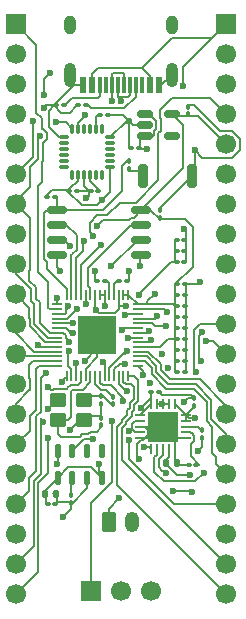
<source format=gbr>
%TF.GenerationSoftware,KiCad,Pcbnew,9.0.6*%
%TF.CreationDate,2026-01-01T23:14:18-05:00*%
%TF.ProjectId,rp2040 better,72703230-3430-4206-9265-747465722e6b,rev?*%
%TF.SameCoordinates,Original*%
%TF.FileFunction,Copper,L1,Top*%
%TF.FilePolarity,Positive*%
%FSLAX46Y46*%
G04 Gerber Fmt 4.6, Leading zero omitted, Abs format (unit mm)*
G04 Created by KiCad (PCBNEW 9.0.6) date 2026-01-01 23:14:18*
%MOMM*%
%LPD*%
G01*
G04 APERTURE LIST*
G04 Aperture macros list*
%AMRoundRect*
0 Rectangle with rounded corners*
0 $1 Rounding radius*
0 $2 $3 $4 $5 $6 $7 $8 $9 X,Y pos of 4 corners*
0 Add a 4 corners polygon primitive as box body*
4,1,4,$2,$3,$4,$5,$6,$7,$8,$9,$2,$3,0*
0 Add four circle primitives for the rounded corners*
1,1,$1+$1,$2,$3*
1,1,$1+$1,$4,$5*
1,1,$1+$1,$6,$7*
1,1,$1+$1,$8,$9*
0 Add four rect primitives between the rounded corners*
20,1,$1+$1,$2,$3,$4,$5,0*
20,1,$1+$1,$4,$5,$6,$7,0*
20,1,$1+$1,$6,$7,$8,$9,0*
20,1,$1+$1,$8,$9,$2,$3,0*%
G04 Aperture macros list end*
%TA.AperFunction,SMDPad,CuDef*%
%ADD10RoundRect,0.062500X-0.350000X-0.062500X0.350000X-0.062500X0.350000X0.062500X-0.350000X0.062500X0*%
%TD*%
%TA.AperFunction,SMDPad,CuDef*%
%ADD11RoundRect,0.062500X-0.062500X-0.350000X0.062500X-0.350000X0.062500X0.350000X-0.062500X0.350000X0*%
%TD*%
%TA.AperFunction,HeatsinkPad*%
%ADD12R,2.500000X2.500000*%
%TD*%
%TA.AperFunction,SMDPad,CuDef*%
%ADD13RoundRect,0.140000X-0.140000X-0.170000X0.140000X-0.170000X0.140000X0.170000X-0.140000X0.170000X0*%
%TD*%
%TA.AperFunction,SMDPad,CuDef*%
%ADD14RoundRect,0.100000X-0.130000X-0.100000X0.130000X-0.100000X0.130000X0.100000X-0.130000X0.100000X0*%
%TD*%
%TA.AperFunction,SMDPad,CuDef*%
%ADD15RoundRect,0.100000X0.100000X-0.130000X0.100000X0.130000X-0.100000X0.130000X-0.100000X-0.130000X0*%
%TD*%
%TA.AperFunction,SMDPad,CuDef*%
%ADD16RoundRect,0.100000X0.130000X0.100000X-0.130000X0.100000X-0.130000X-0.100000X0.130000X-0.100000X0*%
%TD*%
%TA.AperFunction,SMDPad,CuDef*%
%ADD17RoundRect,0.100000X-0.100000X0.130000X-0.100000X-0.130000X0.100000X-0.130000X0.100000X0.130000X0*%
%TD*%
%TA.AperFunction,HeatsinkPad*%
%ADD18O,1.000000X1.600000*%
%TD*%
%TA.AperFunction,HeatsinkPad*%
%ADD19O,1.000000X2.100000*%
%TD*%
%TA.AperFunction,SMDPad,CuDef*%
%ADD20R,0.600000X1.450000*%
%TD*%
%TA.AperFunction,SMDPad,CuDef*%
%ADD21R,0.300000X1.450000*%
%TD*%
%TA.AperFunction,HeatsinkPad*%
%ADD22R,3.200000X3.200000*%
%TD*%
%TA.AperFunction,SMDPad,CuDef*%
%ADD23RoundRect,0.050000X-0.050000X-0.387500X0.050000X-0.387500X0.050000X0.387500X-0.050000X0.387500X0*%
%TD*%
%TA.AperFunction,SMDPad,CuDef*%
%ADD24RoundRect,0.050000X-0.387500X-0.050000X0.387500X-0.050000X0.387500X0.050000X-0.387500X0.050000X0*%
%TD*%
%TA.AperFunction,ComponentPad*%
%ADD25C,1.700000*%
%TD*%
%TA.AperFunction,ComponentPad*%
%ADD26R,1.700000X1.700000*%
%TD*%
%TA.AperFunction,ComponentPad*%
%ADD27O,1.200000X1.750000*%
%TD*%
%TA.AperFunction,ComponentPad*%
%ADD28RoundRect,0.250000X-0.350000X-0.625000X0.350000X-0.625000X0.350000X0.625000X-0.350000X0.625000X0*%
%TD*%
%TA.AperFunction,SMDPad,CuDef*%
%ADD29RoundRect,0.125000X0.125000X-0.475000X0.125000X0.475000X-0.125000X0.475000X-0.125000X-0.475000X0*%
%TD*%
%TA.AperFunction,SMDPad,CuDef*%
%ADD30RoundRect,0.200000X0.200000X0.800000X-0.200000X0.800000X-0.200000X-0.800000X0.200000X-0.800000X0*%
%TD*%
%TA.AperFunction,SMDPad,CuDef*%
%ADD31RoundRect,0.150000X-0.512500X-0.150000X0.512500X-0.150000X0.512500X0.150000X-0.512500X0.150000X0*%
%TD*%
%TA.AperFunction,SMDPad,CuDef*%
%ADD32RoundRect,0.162500X-0.650000X-0.162500X0.650000X-0.162500X0.650000X0.162500X-0.650000X0.162500X0*%
%TD*%
%TA.AperFunction,SMDPad,CuDef*%
%ADD33RoundRect,0.250000X0.450000X0.350000X-0.450000X0.350000X-0.450000X-0.350000X0.450000X-0.350000X0*%
%TD*%
%TA.AperFunction,SMDPad,CuDef*%
%ADD34RoundRect,0.075000X0.075000X-0.350000X0.075000X0.350000X-0.075000X0.350000X-0.075000X-0.350000X0*%
%TD*%
%TA.AperFunction,SMDPad,CuDef*%
%ADD35RoundRect,0.075000X-0.350000X-0.075000X0.350000X-0.075000X0.350000X0.075000X-0.350000X0.075000X0*%
%TD*%
%TA.AperFunction,ViaPad*%
%ADD36C,0.600000*%
%TD*%
%TA.AperFunction,Conductor*%
%ADD37C,0.200000*%
%TD*%
G04 APERTURE END LIST*
D10*
%TO.P,U4,1,OUT*%
%TO.N,BAT_OUT*%
X202362500Y-88437500D03*
%TO.P,U4,2,VPCC*%
%TO.N,VBUS*%
X202362500Y-88937500D03*
%TO.P,U4,3,SEL*%
%TO.N,GND*%
X202362500Y-89437500D03*
%TO.P,U4,4,PROG2*%
%TO.N,VBUS*%
X202362500Y-89937500D03*
%TO.P,U4,5,THERM*%
%TO.N,GND*%
X202362500Y-90437500D03*
D11*
%TO.P,U4,6,~{PG}*%
%TO.N,PG*%
X203300000Y-91375000D03*
%TO.P,U4,7,STAT2*%
%TO.N,GPIO24*%
X203800000Y-91375000D03*
%TO.P,U4,8,STAT1/~{LBO}*%
%TO.N,GPIO23*%
X204300000Y-91375000D03*
%TO.P,U4,9,~{TE}*%
%TO.N,VBUS*%
X204800000Y-91375000D03*
%TO.P,U4,10,V_{SS}*%
%TO.N,GND*%
X205300000Y-91375000D03*
D10*
%TO.P,U4,11,V_{SS}*%
X206237500Y-90437500D03*
%TO.P,U4,12,PROG3*%
%TO.N,Net-(U4-PROG3)*%
X206237500Y-89937500D03*
%TO.P,U4,13,PROG1*%
%TO.N,Net-(U4-PROG1)*%
X206237500Y-89437500D03*
%TO.P,U4,14,V_{BAT}*%
%TO.N,Net-(J2-Pin_1)*%
X206237500Y-88937500D03*
%TO.P,U4,15,V_{BAT}*%
X206237500Y-88437500D03*
D11*
%TO.P,U4,16,V_{BAT_SENSE}*%
X205300000Y-87500000D03*
%TO.P,U4,17,CE*%
%TO.N,VBUS*%
X204800000Y-87500000D03*
%TO.P,U4,18,IN*%
X204300000Y-87500000D03*
%TO.P,U4,19,IN*%
X203800000Y-87500000D03*
%TO.P,U4,20,OUT*%
%TO.N,BAT_OUT*%
X203300000Y-87500000D03*
D12*
%TO.P,U4,21,V_{SS}*%
%TO.N,GND*%
X204300000Y-89437500D03*
%TD*%
D13*
%TO.P,C22,1*%
%TO.N,+3V3*%
X194330000Y-95130000D03*
%TO.P,C22,2*%
%TO.N,GND*%
X195290000Y-95130000D03*
%TD*%
%TO.P,C17,1*%
%TO.N,VBUS*%
X204530000Y-92530000D03*
%TO.P,C17,2*%
%TO.N,GND*%
X205490000Y-92530000D03*
%TD*%
D14*
%TO.P,C1,1*%
%TO.N,+3V3*%
X205500000Y-77400000D03*
%TO.P,C1,2*%
%TO.N,GND*%
X206140000Y-77400000D03*
%TD*%
%TO.P,C2,1*%
%TO.N,+3V3*%
X205500000Y-78325000D03*
%TO.P,C2,2*%
%TO.N,GND*%
X206140000Y-78325000D03*
%TD*%
%TO.P,C3,1*%
%TO.N,+3V3*%
X205500000Y-79250000D03*
%TO.P,C3,2*%
%TO.N,GND*%
X206140000Y-79250000D03*
%TD*%
%TO.P,C4,1*%
%TO.N,+3V3*%
X205500000Y-80175000D03*
%TO.P,C4,2*%
%TO.N,GND*%
X206140000Y-80175000D03*
%TD*%
%TO.P,C5,1*%
%TO.N,+3V3*%
X205500000Y-81100000D03*
%TO.P,C5,2*%
%TO.N,GND*%
X206140000Y-81100000D03*
%TD*%
%TO.P,C6,1*%
%TO.N,+3V3*%
X205500000Y-82025000D03*
%TO.P,C6,2*%
%TO.N,GND*%
X206140000Y-82025000D03*
%TD*%
%TO.P,C7,1*%
%TO.N,+3V3*%
X205500000Y-82950000D03*
%TO.P,C7,2*%
%TO.N,GND*%
X206140000Y-82950000D03*
%TD*%
%TO.P,C8,1*%
%TO.N,+3V3*%
X205500000Y-83875000D03*
%TO.P,C8,2*%
%TO.N,GND*%
X206140000Y-83875000D03*
%TD*%
%TO.P,C9,1*%
%TO.N,+3V3*%
X205500000Y-84800000D03*
%TO.P,C9,2*%
%TO.N,GND*%
X206140000Y-84800000D03*
%TD*%
%TO.P,C10,1*%
%TO.N,+1V1*%
X205460000Y-73650000D03*
%TO.P,C10,2*%
%TO.N,GND*%
X206100000Y-73650000D03*
%TD*%
%TO.P,C11,1*%
%TO.N,+1V1*%
X205460000Y-74575000D03*
%TO.P,C11,2*%
%TO.N,GND*%
X206100000Y-74575000D03*
%TD*%
%TO.P,C12,1*%
%TO.N,+1V1*%
X205460000Y-75500000D03*
%TO.P,C12,2*%
%TO.N,GND*%
X206100000Y-75500000D03*
%TD*%
D15*
%TO.P,C13,1*%
%TO.N,+3V3*%
X206425000Y-62995000D03*
%TO.P,C13,2*%
%TO.N,GND*%
X206425000Y-62355000D03*
%TD*%
D16*
%TO.P,C14,1*%
%TO.N,BAT_OUT*%
X202245000Y-65875000D03*
%TO.P,C14,2*%
%TO.N,GND*%
X201605000Y-65875000D03*
%TD*%
D15*
%TO.P,C15,2*%
%TO.N,GND*%
X206900000Y-87030000D03*
%TO.P,C15,1*%
%TO.N,Net-(J2-Pin_1)*%
X206900000Y-87670000D03*
%TD*%
D14*
%TO.P,C16,2*%
%TO.N,GND*%
X203945000Y-86475000D03*
%TO.P,C16,1*%
%TO.N,BAT_OUT*%
X203305000Y-86475000D03*
%TD*%
D15*
%TO.P,C18,1*%
%TO.N,GND*%
X199075000Y-87520000D03*
%TO.P,C18,2*%
%TO.N,Net-(C18-Pad2)*%
X199075000Y-86880000D03*
%TD*%
D17*
%TO.P,C19,1*%
%TO.N,GND*%
X199100000Y-88705000D03*
%TO.P,C19,2*%
%TO.N,XIN*%
X199100000Y-89345000D03*
%TD*%
D15*
%TO.P,C20,1*%
%TO.N,+3V3*%
X204025000Y-71745000D03*
%TO.P,C20,2*%
%TO.N,GND*%
X204025000Y-71105000D03*
%TD*%
D14*
%TO.P,C21,1*%
%TO.N,+3V3*%
X194535000Y-95955000D03*
%TO.P,C21,2*%
%TO.N,GND*%
X195175000Y-95955000D03*
%TD*%
D17*
%TO.P,C23,1*%
%TO.N,Net-(U3-CAP)*%
X196525000Y-95255000D03*
%TO.P,C23,2*%
%TO.N,GND*%
X196525000Y-95895000D03*
%TD*%
D14*
%TO.P,C24,1*%
%TO.N,Net-(U2-CPOUT)*%
X199005000Y-63075000D03*
%TO.P,C24,2*%
%TO.N,GND*%
X199645000Y-63075000D03*
%TD*%
D16*
%TO.P,C25,1*%
%TO.N,Net-(U2-REGOUT)*%
X198820000Y-69475000D03*
%TO.P,C25,2*%
%TO.N,GND*%
X198180000Y-69475000D03*
%TD*%
D14*
%TO.P,C26,1*%
%TO.N,+3V3*%
X196355000Y-69475000D03*
%TO.P,C26,2*%
%TO.N,GND*%
X196995000Y-69475000D03*
%TD*%
D18*
%TO.P,J1,S1,SHIELD*%
%TO.N,GND*%
X196430000Y-55450000D03*
D19*
X196430000Y-59630000D03*
D18*
X205070000Y-55450000D03*
D19*
X205070000Y-59630000D03*
D20*
%TO.P,J1,B12,GND*%
X204000000Y-60545000D03*
%TO.P,J1,B9,VBUS*%
%TO.N,VBUS*%
X203200000Y-60545000D03*
D21*
%TO.P,J1,B8,SBU2*%
%TO.N,unconnected-(J1-SBU2-PadB8)*%
X202500000Y-60545000D03*
%TO.P,J1,B7,D-*%
%TO.N,USB_D-*%
X201500000Y-60545000D03*
%TO.P,J1,B6,D+*%
%TO.N,USB_D+*%
X200000000Y-60545000D03*
%TO.P,J1,B5,CC2*%
%TO.N,Net-(J1-CC2)*%
X199000000Y-60545000D03*
D20*
%TO.P,J1,B4,VBUS*%
%TO.N,VBUS*%
X198300000Y-60545000D03*
%TO.P,J1,B1,GND*%
%TO.N,GND*%
X197500000Y-60545000D03*
%TO.P,J1,A12,GND*%
X197500000Y-60545000D03*
%TO.P,J1,A9,VBUS*%
%TO.N,VBUS*%
X198300000Y-60545000D03*
D21*
%TO.P,J1,A8,SBU1*%
%TO.N,unconnected-(J1-SBU1-PadA8)*%
X199500000Y-60545000D03*
%TO.P,J1,A7,D-*%
%TO.N,USB_D-*%
X200500000Y-60545000D03*
%TO.P,J1,A6,D+*%
%TO.N,USB_D+*%
X201000000Y-60545000D03*
%TO.P,J1,A5,CC1*%
%TO.N,Net-(J1-CC1)*%
X202000000Y-60545000D03*
D20*
%TO.P,J1,A4,VBUS*%
%TO.N,VBUS*%
X203200000Y-60545000D03*
%TO.P,J1,A1,GND*%
%TO.N,GND*%
X204000000Y-60545000D03*
%TD*%
D16*
%TO.P,R1,1*%
%TO.N,Net-(J1-CC2)*%
X195920000Y-62250000D03*
%TO.P,R1,2*%
%TO.N,GND*%
X195280000Y-62250000D03*
%TD*%
%TO.P,R2,1*%
%TO.N,Net-(J1-CC1)*%
X197795000Y-62250000D03*
%TO.P,R2,2*%
%TO.N,GND*%
X197155000Y-62250000D03*
%TD*%
D17*
%TO.P,R3,1*%
%TO.N,Net-(U4-PROG1)*%
X207600000Y-89730000D03*
%TO.P,R3,2*%
%TO.N,GND*%
X207600000Y-90370000D03*
%TD*%
D16*
%TO.P,R4,1*%
%TO.N,Net-(U4-PROG3)*%
X207145000Y-92650000D03*
%TO.P,R4,2*%
%TO.N,GND*%
X206505000Y-92650000D03*
%TD*%
%TO.P,R5,1*%
%TO.N,Net-(U1-USB_DP)*%
X199395000Y-77100000D03*
%TO.P,R5,2*%
%TO.N,USB_D+*%
X198755000Y-77100000D03*
%TD*%
%TO.P,R6,1*%
%TO.N,USB_D-*%
X201270000Y-77100000D03*
%TO.P,R6,2*%
%TO.N,Net-(U1-USB_DM)*%
X200630000Y-77100000D03*
%TD*%
D15*
%TO.P,R7,1*%
%TO.N,Net-(C18-Pad2)*%
X200050000Y-87545000D03*
%TO.P,R7,2*%
%TO.N,XOUT*%
X200050000Y-86905000D03*
%TD*%
%TO.P,R8,1*%
%TO.N,Net-(R8-Pad1)*%
X201425000Y-67595000D03*
%TO.P,R8,2*%
%TO.N,QSPI_SS*%
X201425000Y-66955000D03*
%TD*%
D16*
%TO.P,R9,2*%
%TO.N,+3V3*%
X194505000Y-70025000D03*
%TO.P,R9,1*%
%TO.N,QSPI_SS*%
X195145000Y-70025000D03*
%TD*%
D22*
%TO.P,U1,57,GND*%
%TO.N,GND*%
X198762500Y-81700000D03*
D23*
%TO.P,U1,56,QSPI_SS*%
%TO.N,QSPI_SS*%
X196162500Y-78262500D03*
%TO.P,U1,55,QSPI_SD1*%
%TO.N,QSPI_SD1*%
X196562500Y-78262500D03*
%TO.P,U1,54,QSPI_SD2*%
%TO.N,QSPI_SD2*%
X196962500Y-78262500D03*
%TO.P,U1,53,QSPI_SD0*%
%TO.N,QSPI_SD0*%
X197362500Y-78262500D03*
%TO.P,U1,52,QSPI_SCLK*%
%TO.N,QSPI_SCLK*%
X197762500Y-78262500D03*
%TO.P,U1,51,QSPI_SD3*%
%TO.N,QSPI_SD3*%
X198162500Y-78262500D03*
%TO.P,U1,50,DVDD*%
%TO.N,+1V1*%
X198562500Y-78262500D03*
%TO.P,U1,49,IOVDD*%
%TO.N,+3V3*%
X198962500Y-78262500D03*
%TO.P,U1,48,USB_VDD*%
X199362500Y-78262500D03*
%TO.P,U1,47,USB_DP*%
%TO.N,Net-(U1-USB_DP)*%
X199762500Y-78262500D03*
%TO.P,U1,46,USB_DM*%
%TO.N,Net-(U1-USB_DM)*%
X200162500Y-78262500D03*
%TO.P,U1,45,VREG_VOUT*%
%TO.N,+1V1*%
X200562500Y-78262500D03*
%TO.P,U1,44,VREG_IN*%
%TO.N,+3V3*%
X200962500Y-78262500D03*
%TO.P,U1,43,ADC_AVDD*%
X201362500Y-78262500D03*
D24*
%TO.P,U1,42,IOVDD*%
X202200000Y-79100000D03*
%TO.P,U1,41,GPIO29_ADC3*%
%TO.N,GPIO29_ADC3*%
X202200000Y-79500000D03*
%TO.P,U1,40,GPIO28_ADC2*%
%TO.N,GPIO28_ADC2*%
X202200000Y-79900000D03*
%TO.P,U1,39,GPIO27_ADC1*%
%TO.N,GPIO27_ADC1*%
X202200000Y-80300000D03*
%TO.P,U1,38,GPIO26_ADC0*%
%TO.N,GPIO26_ADC0*%
X202200000Y-80700000D03*
%TO.P,U1,37,GPIO25*%
%TO.N,PG*%
X202200000Y-81100000D03*
%TO.P,U1,36,GPIO24*%
%TO.N,GPIO24*%
X202200000Y-81500000D03*
%TO.P,U1,35,GPIO23*%
%TO.N,GPIO23*%
X202200000Y-81900000D03*
%TO.P,U1,34,GPIO22*%
%TO.N,GPIO22*%
X202200000Y-82300000D03*
%TO.P,U1,33,IOVDD*%
%TO.N,+3V3*%
X202200000Y-82700000D03*
%TO.P,U1,32,GPIO21*%
%TO.N,GPIO21*%
X202200000Y-83100000D03*
%TO.P,U1,31,GPIO20*%
%TO.N,GPIO20*%
X202200000Y-83500000D03*
%TO.P,U1,30,GPIO19*%
%TO.N,GPIO19*%
X202200000Y-83900000D03*
%TO.P,U1,29,GPIO18*%
%TO.N,GPIO18*%
X202200000Y-84300000D03*
D23*
%TO.P,U1,28,GPIO17*%
%TO.N,GPIO17*%
X201362500Y-85137500D03*
%TO.P,U1,27,GPIO16*%
%TO.N,GPIO16*%
X200962500Y-85137500D03*
%TO.P,U1,26,RUN*%
%TO.N,RUN*%
X200562500Y-85137500D03*
%TO.P,U1,25,SWD*%
%TO.N,SWD*%
X200162500Y-85137500D03*
%TO.P,U1,24,SWCLK*%
%TO.N,SWCLK*%
X199762500Y-85137500D03*
%TO.P,U1,23,DVDD*%
%TO.N,+1V1*%
X199362500Y-85137500D03*
%TO.P,U1,22,IOVDD*%
%TO.N,+3V3*%
X198962500Y-85137500D03*
%TO.P,U1,21,XOUT*%
%TO.N,XOUT*%
X198562500Y-85137500D03*
%TO.P,U1,20,XIN*%
%TO.N,XIN*%
X198162500Y-85137500D03*
%TO.P,U1,19,TESTEN*%
%TO.N,GND*%
X197762500Y-85137500D03*
%TO.P,U1,18,GPIO15*%
%TO.N,GPIO15*%
X197362500Y-85137500D03*
%TO.P,U1,17,GPIO14*%
%TO.N,GPIO14*%
X196962500Y-85137500D03*
%TO.P,U1,16,GPIO13*%
%TO.N,GPIO13*%
X196562500Y-85137500D03*
%TO.P,U1,15,GPIO12*%
%TO.N,GPIO12*%
X196162500Y-85137500D03*
D24*
%TO.P,U1,14,GPIO11*%
%TO.N,GPIO11*%
X195325000Y-84300000D03*
%TO.P,U1,13,GPIO10*%
%TO.N,GPIO10*%
X195325000Y-83900000D03*
%TO.P,U1,12,GPIO9*%
%TO.N,GPIO9*%
X195325000Y-83500000D03*
%TO.P,U1,11,GPIO8*%
%TO.N,GPIO8*%
X195325000Y-83100000D03*
%TO.P,U1,10,IOVDD*%
%TO.N,+3V3*%
X195325000Y-82700000D03*
%TO.P,U1,9,GPIO7*%
%TO.N,GPIO7*%
X195325000Y-82300000D03*
%TO.P,U1,8,GPIO6*%
%TO.N,GPIO6*%
X195325000Y-81900000D03*
%TO.P,U1,7,GPIO5*%
%TO.N,GPIO5*%
X195325000Y-81500000D03*
%TO.P,U1,6,GPIO4*%
%TO.N,GPIO4*%
X195325000Y-81100000D03*
%TO.P,U1,5,GPIO3*%
%TO.N,GPIO3*%
X195325000Y-80700000D03*
%TO.P,U1,4,GPIO2*%
%TO.N,GPIO2*%
X195325000Y-80300000D03*
%TO.P,U1,3,GPIO1*%
%TO.N,GPIO1*%
X195325000Y-79900000D03*
%TO.P,U1,2,GPIO0*%
%TO.N,GPIO0*%
X195325000Y-79500000D03*
%TO.P,U1,1,IOVDD*%
%TO.N,+3V3*%
X195325000Y-79100000D03*
%TD*%
D25*
%TO.P,J3,20,Pin_20*%
%TO.N,GPIO15*%
X191860000Y-103630000D03*
%TO.P,J3,19,Pin_19*%
%TO.N,GPIO14*%
X191860000Y-101090000D03*
%TO.P,J3,18,Pin_18*%
%TO.N,GND*%
X191860000Y-98550000D03*
%TO.P,J3,17,Pin_17*%
%TO.N,GPIO13*%
X191860000Y-96010000D03*
%TO.P,J3,16,Pin_16*%
%TO.N,GPIO12*%
X191860000Y-93470000D03*
%TO.P,J3,15,Pin_15*%
%TO.N,GPIO11*%
X191860000Y-90930000D03*
%TO.P,J3,14,Pin_14*%
%TO.N,GPIO10*%
X191860000Y-88390000D03*
%TO.P,J3,13,Pin_13*%
%TO.N,GND*%
X191860000Y-85850000D03*
%TO.P,J3,12,Pin_12*%
%TO.N,GPIO9*%
X191860000Y-83310000D03*
%TO.P,J3,11,Pin_11*%
%TO.N,GPIO8*%
X191860000Y-80770000D03*
%TO.P,J3,10,Pin_10*%
%TO.N,GPIO7*%
X191860000Y-78230000D03*
%TO.P,J3,9,Pin_9*%
%TO.N,GPIO6*%
X191860000Y-75690000D03*
%TO.P,J3,8,Pin_8*%
%TO.N,GND*%
X191860000Y-73150000D03*
%TO.P,J3,7,Pin_7*%
%TO.N,GPIO5*%
X191860000Y-70610000D03*
%TO.P,J3,6,Pin_6*%
%TO.N,GPIO4*%
X191860000Y-68070000D03*
%TO.P,J3,5,Pin_5*%
%TO.N,GPIO3*%
X191860000Y-65530000D03*
%TO.P,J3,4,Pin_4*%
%TO.N,GPIO2*%
X191860000Y-62990000D03*
%TO.P,J3,3,Pin_3*%
%TO.N,GND*%
X191860000Y-60450000D03*
%TO.P,J3,2,Pin_2*%
%TO.N,GPIO1*%
X191860000Y-57910000D03*
D26*
%TO.P,J3,1,Pin_1*%
%TO.N,GPIO0*%
X191860000Y-55370000D03*
%TD*%
D25*
%TO.P,J4,20,Pin_20*%
%TO.N,GPIO16*%
X209640000Y-103630000D03*
%TO.P,J4,19,Pin_19*%
%TO.N,GPIO17*%
X209640000Y-101090000D03*
%TO.P,J4,18,Pin_18*%
%TO.N,GND*%
X209640000Y-98550000D03*
%TO.P,J4,17,Pin_17*%
%TO.N,GPIO18*%
X209640000Y-96010000D03*
%TO.P,J4,16,Pin_16*%
%TO.N,GPIO19*%
X209640000Y-93470000D03*
%TO.P,J4,15,Pin_15*%
%TO.N,GPIO20*%
X209640000Y-90930000D03*
%TO.P,J4,14,Pin_14*%
%TO.N,GPIO21*%
X209640000Y-88390000D03*
%TO.P,J4,13,Pin_13*%
%TO.N,GND*%
X209640000Y-85850000D03*
%TO.P,J4,12,Pin_12*%
%TO.N,GPIO22*%
X209640000Y-83310000D03*
%TO.P,J4,11,Pin_11*%
%TO.N,RUN*%
X209640000Y-80770000D03*
%TO.P,J4,10,Pin_10*%
%TO.N,GPIO23*%
X209640000Y-78230000D03*
%TO.P,J4,9,Pin_9*%
%TO.N,GPIO24*%
X209640000Y-75690000D03*
%TO.P,J4,8,Pin_8*%
%TO.N,GND*%
X209640000Y-73150000D03*
%TO.P,J4,7,Pin_7*%
%TO.N,GPIO26_ADC0*%
X209640000Y-70610000D03*
%TO.P,J4,6,Pin_6*%
%TO.N,GPIO27_ADC1*%
X209640000Y-68070000D03*
%TO.P,J4,5,Pin_5*%
%TO.N,+3V3*%
X209640000Y-65530000D03*
%TO.P,J4,4,Pin_4*%
%TO.N,GPIO28_ADC2*%
X209640000Y-62990000D03*
%TO.P,J4,3,Pin_3*%
%TO.N,GND*%
X209640000Y-60450000D03*
%TO.P,J4,2,Pin_2*%
%TO.N,GPIO29_ADC3*%
X209640000Y-57910000D03*
D26*
%TO.P,J4,1,Pin_1*%
%TO.N,VBUS*%
X209640000Y-55370000D03*
%TD*%
D27*
%TO.P,J2,2,Pin_2*%
%TO.N,GND*%
X201700000Y-97550000D03*
D28*
%TO.P,J2,1,Pin_1*%
%TO.N,Net-(J2-Pin_1)*%
X199700000Y-97550000D03*
%TD*%
D29*
%TO.P,U3,8,SCL*%
%TO.N,GPIO5*%
X195400000Y-91500000D03*
%TO.P,U3,7,SDL*%
%TO.N,GPIO4*%
X196650000Y-91500000D03*
%TO.P,U3,6,INT1*%
%TO.N,unconnected-(U3-INT1-Pad6)*%
X197900000Y-91500000D03*
%TO.P,U3,5,INT2*%
%TO.N,unconnected-(U3-INT2-Pad5)*%
X199150000Y-91500000D03*
%TO.P,U3,4,VDDIO*%
%TO.N,+3V3*%
X199150000Y-93800000D03*
%TO.P,U3,3,GND*%
%TO.N,GND*%
X197900000Y-93800000D03*
%TO.P,U3,2,CAP*%
%TO.N,Net-(U3-CAP)*%
X196650000Y-93800000D03*
%TO.P,U3,1,VDD*%
%TO.N,+3V3*%
X195400000Y-93800000D03*
%TD*%
D30*
%TO.P,SW1,2,2*%
%TO.N,Net-(R8-Pad1)*%
X202600000Y-68200000D03*
%TO.P,SW1,1,1*%
%TO.N,GND*%
X206800000Y-68200000D03*
%TD*%
D31*
%TO.P,U5,5,VOUT*%
%TO.N,+3V3*%
X205037500Y-62950000D03*
%TO.P,U5,4,NC*%
%TO.N,unconnected-(U5-NC-Pad4)*%
X205037500Y-64850000D03*
%TO.P,U5,3,EN*%
%TO.N,BAT_OUT*%
X202762500Y-64850000D03*
%TO.P,U5,2,GND*%
%TO.N,GND*%
X202762500Y-63900000D03*
%TO.P,U5,1,VIN*%
%TO.N,BAT_OUT*%
X202762500Y-62950000D03*
%TD*%
D25*
%TO.P,J5,3,Pin_3*%
%TO.N,SWD*%
X203290000Y-103390000D03*
%TO.P,J5,2,Pin_2*%
%TO.N,GND*%
X200750000Y-103390000D03*
D26*
%TO.P,J5,1,Pin_1*%
%TO.N,SWCLK*%
X198210000Y-103390000D03*
%TD*%
D32*
%TO.P,U6,8,VCC*%
%TO.N,+3V3*%
X202487500Y-71095000D03*
%TO.P,U6,7,~{HOLD}/~{RESET}/IO_{3}*%
%TO.N,QSPI_SD3*%
X202487500Y-72365000D03*
%TO.P,U6,6,CLK*%
%TO.N,QSPI_SCLK*%
X202487500Y-73635000D03*
%TO.P,U6,5,DI/IO_{0}*%
%TO.N,QSPI_SD0*%
X202487500Y-74905000D03*
%TO.P,U6,4,GND*%
%TO.N,GND*%
X195312500Y-74905000D03*
%TO.P,U6,3,~{WP}/IO_{2}*%
%TO.N,QSPI_SD2*%
X195312500Y-73635000D03*
%TO.P,U6,2,DO/IO_{1}*%
%TO.N,QSPI_SD1*%
X195312500Y-72365000D03*
%TO.P,U6,1,~{CS}*%
%TO.N,QSPI_SS*%
X195312500Y-71095000D03*
%TD*%
D33*
%TO.P,Y1,4,4*%
%TO.N,GND*%
X197600000Y-88900000D03*
%TO.P,Y1,3,3*%
%TO.N,XIN*%
X195400000Y-88900000D03*
%TO.P,Y1,2,2*%
%TO.N,GND*%
X195400000Y-87200000D03*
%TO.P,Y1,1,1*%
%TO.N,Net-(C18-Pad2)*%
X197600000Y-87200000D03*
%TD*%
D34*
%TO.P,U2,24,SDA*%
%TO.N,GPIO4*%
X196650000Y-64250000D03*
%TO.P,U2,23,SCL*%
%TO.N,GPIO5*%
X197150000Y-64250000D03*
%TO.P,U2,22,RESV*%
%TO.N,unconnected-(U2-RESV-Pad22)*%
X197650000Y-64250000D03*
%TO.P,U2,21,RESV*%
%TO.N,unconnected-(U2-RESV-Pad21)*%
X198150000Y-64250000D03*
%TO.P,U2,20,CPOUT*%
%TO.N,Net-(U2-CPOUT)*%
X198650000Y-64250000D03*
%TO.P,U2,19,RESV*%
%TO.N,unconnected-(U2-RESV-Pad19)*%
X199150000Y-64250000D03*
D35*
%TO.P,U2,18,GND*%
%TO.N,GND*%
X199850000Y-64950000D03*
%TO.P,U2,17,NC*%
%TO.N,unconnected-(U2-NC-Pad17)*%
X199850000Y-65450000D03*
%TO.P,U2,16,NC*%
%TO.N,unconnected-(U2-NC-Pad16)*%
X199850000Y-65950000D03*
%TO.P,U2,15,NC*%
%TO.N,unconnected-(U2-NC-Pad15)*%
X199850000Y-66450000D03*
%TO.P,U2,14,NC*%
%TO.N,unconnected-(U2-NC-Pad14)*%
X199850000Y-66950000D03*
%TO.P,U2,13,VDD*%
%TO.N,+3V3*%
X199850000Y-67450000D03*
D34*
%TO.P,U2,12,INT*%
%TO.N,unconnected-(U2-INT-Pad12)*%
X199150000Y-68150000D03*
%TO.P,U2,11,FSYNC*%
%TO.N,unconnected-(U2-FSYNC-Pad11)*%
X198650000Y-68150000D03*
%TO.P,U2,10,REGOUT*%
%TO.N,Net-(U2-REGOUT)*%
X198150000Y-68150000D03*
%TO.P,U2,9,AD0*%
%TO.N,GND*%
X197650000Y-68150000D03*
%TO.P,U2,8,VLOGIC*%
%TO.N,+3V3*%
X197150000Y-68150000D03*
%TO.P,U2,7,AUX_CL*%
%TO.N,unconnected-(U2-AUX_CL-Pad7)*%
X196650000Y-68150000D03*
D35*
%TO.P,U2,6,AUX_DA*%
%TO.N,unconnected-(U2-AUX_DA-Pad6)*%
X195950000Y-67450000D03*
%TO.P,U2,5,NC*%
%TO.N,unconnected-(U2-NC-Pad5)*%
X195950000Y-66950000D03*
%TO.P,U2,4,NC*%
%TO.N,unconnected-(U2-NC-Pad4)*%
X195950000Y-66450000D03*
%TO.P,U2,3,NC*%
%TO.N,unconnected-(U2-NC-Pad3)*%
X195950000Y-65950000D03*
%TO.P,U2,2,NC*%
%TO.N,unconnected-(U2-NC-Pad2)*%
X195950000Y-65450000D03*
%TO.P,U2,1,CLKIN*%
%TO.N,GND*%
X195950000Y-64950000D03*
%TD*%
D36*
%TO.N,+3V3*%
X204745050Y-84453166D03*
X200894966Y-87275000D03*
%TO.N,GPIO23*%
X206800000Y-94975000D03*
X205125000Y-94900000D03*
%TO.N,+1V1*%
X199250000Y-83975000D03*
X198637500Y-79537500D03*
%TO.N,GND*%
X194553999Y-87936637D03*
X196451336Y-89700000D03*
X206050000Y-72750000D03*
X206100000Y-87325000D03*
X207275000Y-91525000D03*
X194250000Y-62425000D03*
X197800000Y-70094000D03*
X195575000Y-76225000D03*
X207000000Y-66025000D03*
X195825000Y-97100000D03*
X201396860Y-63525000D03*
X197700000Y-83875000D03*
X207424091Y-77225000D03*
X202300000Y-92175000D03*
%TO.N,+3V3*%
X195300000Y-78525000D03*
X203600000Y-78175000D03*
X199425000Y-79199000D03*
X193701473Y-82500000D03*
X199167618Y-70283854D03*
X198868153Y-92580929D03*
X198700000Y-72450000D03*
%TO.N,+1V1*%
X202250000Y-78275000D03*
X201199265Y-79200735D03*
%TO.N,BAT_OUT*%
X202456015Y-87881015D03*
X202976057Y-65950000D03*
%TO.N,Net-(J2-Pin_1)*%
X207050000Y-88700000D03*
X200625000Y-95475000D03*
%TO.N,VBUS*%
X204258871Y-87500000D03*
X206575000Y-93500000D03*
X204257871Y-83278859D03*
X201439281Y-89800869D03*
X206025000Y-60600000D03*
%TO.N,USB_D+*%
X198575000Y-76250000D03*
X199997286Y-61849535D03*
%TO.N,USB_D-*%
X201450000Y-76250000D03*
X200796860Y-61875716D03*
%TO.N,GPIO13*%
X196340823Y-83040514D03*
X194383949Y-84900000D03*
%TO.N,GPIO12*%
X195741600Y-85679696D03*
%TO.N,GPIO2*%
X197002826Y-79508993D03*
%TO.N,GPIO5*%
X196366080Y-82240911D03*
X197726000Y-63057776D03*
X194775000Y-59475000D03*
X194200000Y-61325000D03*
X195375000Y-92600000D03*
X193918000Y-64825000D03*
%TO.N,GPIO3*%
X196662501Y-80697848D03*
%TO.N,GPIO15*%
X194574000Y-90400000D03*
X194600000Y-86101000D03*
%TO.N,GPIO1*%
X196258912Y-79214722D03*
%TO.N,GPIO4*%
X196662498Y-81497850D03*
X193296765Y-63578235D03*
X195250735Y-63675735D03*
X198425000Y-90500000D03*
%TO.N,GPIO14*%
X196911764Y-84088236D03*
X194173000Y-89015430D03*
%TO.N,RUN*%
X207125000Y-84850000D03*
X201263000Y-86436000D03*
%TO.N,GPIO26_ADC0*%
X204560000Y-80935776D03*
%TO.N,GPIO27_ADC1*%
X203825000Y-80100000D03*
%TO.N,GPIO29_ADC3*%
X204617539Y-79733640D03*
%TO.N,GPIO24*%
X203126490Y-81325020D03*
X207548000Y-83850000D03*
X207625000Y-81468988D03*
X207756000Y-93375000D03*
%TO.N,GPIO28_ADC2*%
X201092073Y-79993523D03*
X198425000Y-73300000D03*
%TO.N,GPIO18*%
X202636765Y-85088235D03*
X201402000Y-90600000D03*
%TO.N,GPIO22*%
X207950000Y-82200000D03*
X203325000Y-82100000D03*
%TO.N,GPIO23*%
X204530000Y-93380000D03*
X201386169Y-81898586D03*
%TO.N,SWCLK*%
X201282500Y-83062794D03*
X200000000Y-88925000D03*
%TO.N,SWD*%
X203226000Y-85775000D03*
X201075000Y-84100000D03*
%TO.N,QSPI_SCLK*%
X199925000Y-75875000D03*
X197759014Y-79077982D03*
%TO.N,PG*%
X202725000Y-91200000D03*
X200862502Y-81293795D03*
%TO.N,QSPI_SD0*%
X202400000Y-75825000D03*
X199100764Y-74025764D03*
%TO.N,QSPI_SD2*%
X196400000Y-74175000D03*
X197600000Y-73750000D03*
%TD*%
D37*
%TO.N,GPIO15*%
X193763233Y-101726767D02*
X193763233Y-94211767D01*
X191860000Y-103630000D02*
X193763233Y-101726767D01*
X193763233Y-94211767D02*
X194574000Y-93401000D01*
X194574000Y-93401000D02*
X194574000Y-90400000D01*
%TO.N,GPIO23*%
X204300000Y-91850000D02*
X204300000Y-91375000D01*
X203964142Y-92185858D02*
X204300000Y-91850000D01*
X203964142Y-92884142D02*
X203964142Y-92185858D01*
X204255735Y-93175735D02*
X203964142Y-92884142D01*
X204325735Y-93175735D02*
X204255735Y-93175735D01*
X204530000Y-93380000D02*
X204325735Y-93175735D01*
%TO.N,GPIO18*%
X205252100Y-96010000D02*
X209640000Y-96010000D01*
X201402000Y-90600000D02*
X201402000Y-92159900D01*
X201402000Y-92159900D02*
X205252100Y-96010000D01*
%TO.N,GPIO24*%
X207050000Y-94081000D02*
X207756000Y-93375000D01*
X204407871Y-94081000D02*
X207050000Y-94081000D01*
X203583142Y-93256271D02*
X204407871Y-94081000D01*
X203800000Y-91811184D02*
X203583142Y-92028043D01*
X203583142Y-92028043D02*
X203583142Y-93256271D01*
X203800000Y-91375000D02*
X203800000Y-91811184D01*
%TO.N,+3V3*%
X199874586Y-85958000D02*
X200894966Y-86978380D01*
X200894966Y-86978380D02*
X200894966Y-87275000D01*
X199195001Y-85958000D02*
X199874586Y-85958000D01*
X198962500Y-85725499D02*
X199195001Y-85958000D01*
X198962500Y-85137500D02*
X198962500Y-85725499D01*
%TO.N,RUN*%
X200562500Y-85811589D02*
X200562500Y-85137500D01*
X201186911Y-86436000D02*
X200562500Y-85811589D01*
X201263000Y-86436000D02*
X201186911Y-86436000D01*
%TO.N,GPIO16*%
X201581000Y-85856000D02*
X201145726Y-85856000D01*
X201843000Y-86118000D02*
X201581000Y-85856000D01*
X200401000Y-94391000D02*
X209640000Y-103630000D01*
X200401000Y-89452284D02*
X200401000Y-94391000D01*
X200817622Y-89035663D02*
X200401000Y-89452284D01*
X200817622Y-88893563D02*
X200817622Y-89035663D01*
X201288000Y-88423184D02*
X200817622Y-88893563D01*
X201288000Y-88073169D02*
X201288000Y-88423184D01*
X201494015Y-87867154D02*
X201288000Y-88073169D01*
X201494015Y-87482541D02*
X201494015Y-87867154D01*
X201843000Y-87133556D02*
X201494015Y-87482541D01*
X201843000Y-86118000D02*
X201843000Y-87133556D01*
X200962500Y-85672774D02*
X201145726Y-85856000D01*
X200962500Y-85137500D02*
X200962500Y-85672774D01*
%TO.N,GPIO17*%
X200802000Y-92252000D02*
X209640000Y-101090000D01*
X200802000Y-89590100D02*
X200802000Y-92252000D01*
X201172231Y-89219869D02*
X200802000Y-89590100D01*
X201198622Y-89219869D02*
X201172231Y-89219869D01*
X201198622Y-89051378D02*
X201198622Y-89219869D01*
X201669000Y-88581000D02*
X201198622Y-89051378D01*
X201669000Y-88230984D02*
X201669000Y-88581000D01*
X201875015Y-88031500D02*
X201868484Y-88031500D01*
X201875015Y-87640356D02*
X201875015Y-88031500D01*
X201868484Y-88031500D02*
X201669000Y-88230984D01*
X202215356Y-87300015D02*
X201875015Y-87640356D01*
X201837500Y-85137500D02*
X202224000Y-85524000D01*
X202224000Y-87300015D02*
X202215356Y-87300015D01*
X202224000Y-85524000D02*
X202224000Y-87300015D01*
X201362500Y-85137500D02*
X201837500Y-85137500D01*
%TO.N,GND*%
X194553999Y-87919550D02*
X195273549Y-87200000D01*
X195273549Y-87200000D02*
X195400000Y-87200000D01*
X194553999Y-87936637D02*
X194553999Y-87919550D01*
%TO.N,Net-(C18-Pad2)*%
X197920000Y-86880000D02*
X199075000Y-86880000D01*
X197600000Y-87200000D02*
X197920000Y-86880000D01*
X199206586Y-86880000D02*
X199075000Y-86880000D01*
X199871586Y-87545000D02*
X199206586Y-86880000D01*
X200050000Y-87545000D02*
X199871586Y-87545000D01*
%TO.N,XOUT*%
X198562500Y-85864315D02*
X198562500Y-85826315D01*
X199037185Y-86339000D02*
X198562500Y-85864315D01*
X200050000Y-86905000D02*
X199484000Y-86339000D01*
X199484000Y-86339000D02*
X199037185Y-86339000D01*
X198562500Y-85826315D02*
X198562500Y-85137500D01*
%TO.N,GPIO23*%
X206725000Y-94900000D02*
X206800000Y-94975000D01*
X205125000Y-94900000D02*
X206725000Y-94900000D01*
%TO.N,+1V1*%
X199362500Y-84087500D02*
X199250000Y-83975000D01*
X199362500Y-85137500D02*
X199362500Y-84087500D01*
%TO.N,SWCLK*%
X199762500Y-84448684D02*
X199762500Y-85137500D01*
X201148390Y-83062794D02*
X199762500Y-84448684D01*
X201282500Y-83062794D02*
X201148390Y-83062794D01*
X201282500Y-83062794D02*
X201148391Y-83062794D01*
X201282500Y-83062794D02*
X201082796Y-83262498D01*
%TO.N,GND*%
X206395000Y-87030000D02*
X206100000Y-87325000D01*
X203076000Y-90152298D02*
X202629298Y-90599000D01*
X198020000Y-69475000D02*
X197650000Y-69105000D01*
X206800000Y-68200000D02*
X207000000Y-68000000D01*
X206315000Y-92650000D02*
X205545000Y-92650000D01*
X199100000Y-88545000D02*
X199100000Y-87705000D01*
X204000000Y-60545000D02*
X204155000Y-60545000D01*
X202362500Y-89437500D02*
X204300000Y-89437500D01*
X207000000Y-68000000D02*
X207000000Y-66025000D01*
X202124000Y-91999000D02*
X202300000Y-92175000D01*
X207656000Y-66681000D02*
X210116760Y-66681000D01*
X201445000Y-65875000D02*
X201445000Y-63573140D01*
X210791000Y-65053240D02*
X210116760Y-64379000D01*
X198762500Y-81700000D02*
X198762500Y-82812500D01*
X196525000Y-96055000D02*
X196525000Y-96400000D01*
X206260000Y-73650000D02*
X206260000Y-72960000D01*
X198762500Y-83587500D02*
X198762500Y-81700000D01*
X206300000Y-77400000D02*
X207249091Y-77400000D01*
X206300000Y-83875000D02*
X206300000Y-82950000D01*
X196320000Y-95850000D02*
X196525000Y-96055000D01*
X197762500Y-84587500D02*
X198762500Y-83587500D01*
X206900000Y-87030000D02*
X206645000Y-86775000D01*
X194425000Y-62250000D02*
X194250000Y-62425000D01*
X204055000Y-70945000D02*
X206800000Y-68200000D01*
X210116760Y-64379000D02*
X209163240Y-64379000D01*
X204155000Y-60545000D02*
X205070000Y-59630000D01*
X209163240Y-64379000D02*
X206979240Y-62195000D01*
X197600000Y-88900000D02*
X197251336Y-88900000D01*
X196965000Y-62250000D02*
X196965000Y-62335340D01*
X201771860Y-63900000D02*
X202762500Y-63900000D01*
X206900000Y-87030000D02*
X206395000Y-87030000D01*
X199100000Y-88545000D02*
X197955000Y-88545000D01*
X205300000Y-90437500D02*
X205300000Y-91375000D01*
X196429340Y-62871000D02*
X195711000Y-62871000D01*
X199805000Y-63075000D02*
X200946860Y-63075000D01*
X201396860Y-63525000D02*
X201771860Y-63900000D01*
X202476057Y-90599000D02*
X202124000Y-90951057D01*
X197762500Y-85137500D02*
X197762500Y-84587500D01*
X203300000Y-90437500D02*
X204300000Y-89437500D01*
X195335000Y-95850000D02*
X196320000Y-95850000D01*
X201275000Y-63525000D02*
X201396860Y-63525000D01*
X204025000Y-70945000D02*
X204055000Y-70945000D01*
X195312500Y-74905000D02*
X195312500Y-75962500D01*
X195711000Y-62871000D02*
X195090000Y-62250000D01*
X206260000Y-75500000D02*
X206260000Y-73650000D01*
X198762500Y-82812500D02*
X197700000Y-83875000D01*
X199850000Y-64950000D02*
X201275000Y-63525000D01*
X196525000Y-96400000D02*
X195825000Y-97100000D01*
X197875000Y-70094000D02*
X198020000Y-69949000D01*
X206645000Y-86775000D02*
X204245000Y-86775000D01*
X195525001Y-64950000D02*
X194649735Y-64074734D01*
X206979240Y-62195000D02*
X206425000Y-62195000D01*
X206300000Y-82950000D02*
X206300000Y-82025000D01*
X205300000Y-91375000D02*
X205300000Y-92395000D01*
X204300000Y-89437500D02*
X205300000Y-90437500D01*
X197900000Y-93800000D02*
X197900000Y-94680000D01*
X205545000Y-92650000D02*
X205295000Y-92400000D01*
X207600000Y-91200000D02*
X207275000Y-91525000D01*
X199100000Y-87705000D02*
X199075000Y-87680000D01*
X206300000Y-84800000D02*
X206300000Y-83875000D01*
X197900000Y-94680000D02*
X196525000Y-96055000D01*
X195090000Y-62250000D02*
X194425000Y-62250000D01*
X195335000Y-95340000D02*
X195020000Y-95025000D01*
X207249091Y-77400000D02*
X207424091Y-77225000D01*
X195335000Y-95850000D02*
X195335000Y-95340000D01*
X206300000Y-81100000D02*
X206300000Y-77400000D01*
X198762500Y-81700000D02*
X197675000Y-82787500D01*
X206300000Y-82025000D02*
X206300000Y-81100000D01*
X200946860Y-63075000D02*
X201396860Y-63525000D01*
X198020000Y-69949000D02*
X198020000Y-69475000D01*
X197800000Y-70094000D02*
X197875000Y-70094000D01*
X207600000Y-90560000D02*
X207600000Y-91200000D01*
X205300000Y-92395000D02*
X205295000Y-92400000D01*
X202629298Y-90599000D02*
X202476057Y-90599000D01*
X203076000Y-89722702D02*
X203076000Y-90152298D01*
X202362500Y-89437500D02*
X202790798Y-89437500D01*
X202124000Y-90951057D02*
X202124000Y-91999000D01*
X201445000Y-63573140D02*
X201396860Y-63525000D01*
X197650000Y-69105000D02*
X197650000Y-68150000D01*
X198020000Y-69475000D02*
X197155000Y-69475000D01*
X195312500Y-75962500D02*
X195575000Y-76225000D01*
X196965000Y-62335340D02*
X196429340Y-62871000D01*
X197251336Y-88900000D02*
X196451336Y-89700000D01*
X206260000Y-72960000D02*
X206050000Y-72750000D01*
X194649735Y-64074734D02*
X194649735Y-62690265D01*
X204245000Y-86775000D02*
X203945000Y-86475000D01*
X205300000Y-90437500D02*
X206237500Y-90437500D01*
X194649735Y-62690265D02*
X195090000Y-62250000D01*
X210116760Y-66681000D02*
X210791000Y-66006760D01*
X202790798Y-89437500D02*
X203076000Y-89722702D01*
X197955000Y-88545000D02*
X197600000Y-88900000D01*
X195950000Y-64950000D02*
X195525001Y-64950000D01*
X196795000Y-60545000D02*
X195090000Y-62250000D01*
X197500000Y-60545000D02*
X196795000Y-60545000D01*
X207000000Y-66025000D02*
X207656000Y-66681000D01*
X210791000Y-66006760D02*
X210791000Y-65053240D01*
X202362500Y-90437500D02*
X203300000Y-90437500D01*
%TO.N,+3V3*%
X202200000Y-79100000D02*
X201362500Y-78262500D01*
X205340000Y-77400000D02*
X205340000Y-78325000D01*
X202975000Y-78800000D02*
X203600000Y-78175000D01*
X194936000Y-69404000D02*
X196124000Y-69404000D01*
X205340000Y-78325000D02*
X205340000Y-79250000D01*
X201641010Y-71739000D02*
X201843500Y-71739000D01*
X198962500Y-78262500D02*
X199362500Y-78262500D01*
X207265000Y-63155000D02*
X209640000Y-65530000D01*
X199850000Y-69542550D02*
X198698550Y-70694000D01*
X197150000Y-68608824D02*
X197150000Y-68150000D01*
X199200000Y-71950000D02*
X201430010Y-71950000D01*
X198698550Y-70694000D02*
X197414000Y-70694000D01*
X194375000Y-95850000D02*
X194375000Y-95030000D01*
X198868153Y-92580929D02*
X198868153Y-93518153D01*
X201843500Y-71739000D02*
X202487500Y-71095000D01*
X199362500Y-79136500D02*
X199425000Y-79199000D01*
X206841000Y-75899000D02*
X205340000Y-77400000D01*
X194375000Y-95030000D02*
X194380000Y-95025000D01*
X204025000Y-71905000D02*
X206205000Y-71905000D01*
X196195000Y-69475000D02*
X196794000Y-68876000D01*
X205340000Y-80175000D02*
X205340000Y-84800000D01*
X199362500Y-78262500D02*
X199362500Y-79136500D01*
X205190000Y-79100000D02*
X205340000Y-79250000D01*
X199850000Y-67450000D02*
X199850000Y-69542550D01*
X195325000Y-78550000D02*
X195300000Y-78525000D01*
X195400000Y-93800000D02*
X196301000Y-92899000D01*
X206000000Y-63912500D02*
X206000000Y-67582500D01*
X198868153Y-93518153D02*
X199150000Y-93800000D01*
X197414000Y-70694000D02*
X196195000Y-69475000D01*
X203215000Y-71095000D02*
X202487500Y-71095000D01*
X206205000Y-71905000D02*
X206841000Y-72541000D01*
X205242500Y-63155000D02*
X205037500Y-62950000D01*
X206000000Y-67582500D02*
X202487500Y-71095000D01*
X206425000Y-63155000D02*
X205242500Y-63155000D01*
X198249000Y-92899000D02*
X199150000Y-93800000D01*
X206841000Y-72541000D02*
X206841000Y-75899000D01*
X204775000Y-82025000D02*
X205340000Y-82025000D01*
X194380000Y-94820000D02*
X195400000Y-93800000D01*
X196301000Y-92899000D02*
X198249000Y-92899000D01*
X196794000Y-68876000D02*
X196882824Y-68876000D01*
X202200000Y-79100000D02*
X202975000Y-79100000D01*
X204025000Y-71905000D02*
X203215000Y-71095000D01*
X206425000Y-63155000D02*
X207265000Y-63155000D01*
X202975000Y-79100000D02*
X202975000Y-78800000D01*
X198700000Y-72450000D02*
X199200000Y-71950000D01*
X195325000Y-79100000D02*
X195325000Y-78550000D01*
X202975000Y-79100000D02*
X205190000Y-79100000D01*
X196882824Y-68876000D02*
X197150000Y-68608824D01*
X202200000Y-82700000D02*
X204100000Y-82700000D01*
X193901473Y-82700000D02*
X193701473Y-82500000D01*
X200962500Y-78262500D02*
X201362500Y-78262500D01*
X194315000Y-70025000D02*
X194936000Y-69404000D01*
X196124000Y-69404000D02*
X196195000Y-69475000D01*
X204100000Y-82700000D02*
X204775000Y-82025000D01*
X201430010Y-71950000D02*
X201641010Y-71739000D01*
X205340000Y-79250000D02*
X205340000Y-80175000D01*
X205037500Y-62950000D02*
X206000000Y-63912500D01*
X194380000Y-95025000D02*
X194380000Y-94820000D01*
X195325000Y-82700000D02*
X193901473Y-82700000D01*
%TO.N,+1V1*%
X205300000Y-75500000D02*
X204950000Y-75500000D01*
X205300000Y-74575000D02*
X205300000Y-75500000D01*
X204950000Y-75500000D02*
X202250000Y-78200000D01*
X200562500Y-79112500D02*
X200650735Y-79200735D01*
X200226000Y-79799000D02*
X200562500Y-79462500D01*
X200562500Y-79112500D02*
X200562500Y-78262500D01*
X202250000Y-78200000D02*
X202250000Y-78275000D01*
X200562500Y-79462500D02*
X200562500Y-79112500D01*
X198562500Y-78262500D02*
X198562500Y-79462500D01*
X198562500Y-79462500D02*
X198899000Y-79799000D01*
X205300000Y-73650000D02*
X205300000Y-74575000D01*
X200650735Y-79200735D02*
X201199265Y-79200735D01*
X198899000Y-79799000D02*
X200226000Y-79799000D01*
%TO.N,BAT_OUT*%
X202480000Y-65950000D02*
X202405000Y-65875000D01*
X203305000Y-87032030D02*
X202456015Y-87881015D01*
X203300000Y-87500000D02*
X202362500Y-88437500D01*
X203525000Y-64749999D02*
X203424999Y-64850000D01*
X203726000Y-63559032D02*
X203726000Y-64240968D01*
X203424999Y-64850000D02*
X202762500Y-64850000D01*
X203305000Y-86475000D02*
X203305000Y-87495000D01*
X203726000Y-64240968D02*
X203525000Y-64441968D01*
X202976057Y-65950000D02*
X202480000Y-65950000D01*
X203116968Y-62950000D02*
X203726000Y-63559032D01*
X202762500Y-62950000D02*
X203116968Y-62950000D01*
X202405000Y-65207500D02*
X202762500Y-64850000D01*
X203525000Y-64441968D02*
X203525000Y-64749999D01*
X203305000Y-86475000D02*
X203305000Y-87032030D01*
X203305000Y-87495000D02*
X203300000Y-87500000D01*
X202405000Y-65875000D02*
X202405000Y-65207500D01*
%TO.N,Net-(J2-Pin_1)*%
X206237500Y-88937500D02*
X206237500Y-88437500D01*
X207050000Y-88700000D02*
X206500000Y-88700000D01*
X199700000Y-96400000D02*
X200625000Y-95475000D01*
X199700000Y-97550000D02*
X199700000Y-96400000D01*
X206900000Y-87775000D02*
X206237500Y-88437500D01*
X206500000Y-88700000D02*
X206237500Y-88437500D01*
X206900000Y-87670000D02*
X206900000Y-87775000D01*
X205300000Y-87500000D02*
X206237500Y-88437500D01*
%TO.N,VBUS*%
X209640000Y-55370000D02*
X206025000Y-58985000D01*
X204655000Y-92400000D02*
X204655000Y-92656527D01*
X204655000Y-92656527D02*
X205498473Y-93500000D01*
X203200000Y-59768000D02*
X203200000Y-60545000D01*
X206025000Y-58985000D02*
X206025000Y-60600000D01*
X202550000Y-59118000D02*
X203200000Y-59768000D01*
X202362500Y-89937500D02*
X201934202Y-89937500D01*
X201649000Y-89450000D02*
X201649000Y-89222702D01*
X201649000Y-89222702D02*
X201934202Y-88937500D01*
X201649000Y-89652298D02*
X201649000Y-89450000D01*
X205498473Y-93500000D02*
X206575000Y-93500000D01*
X201649000Y-89591150D02*
X201439281Y-89800869D01*
X203800000Y-87500000D02*
X204800000Y-87500000D01*
X198802000Y-59118000D02*
X202550000Y-59118000D01*
X204800000Y-92055001D02*
X204800000Y-91375000D01*
X204655000Y-92400000D02*
X204655000Y-92200001D01*
X198300000Y-59620000D02*
X198802000Y-59118000D01*
X205117000Y-56551000D02*
X208459000Y-56551000D01*
X201934202Y-88937500D02*
X202362500Y-88937500D01*
X198300000Y-60545000D02*
X198300000Y-59620000D01*
X201934202Y-89937500D02*
X201649000Y-89652298D01*
X204655000Y-92200001D02*
X204800000Y-92055001D01*
X204300000Y-87500000D02*
X204258871Y-87500000D01*
X201649000Y-89450000D02*
X201649000Y-89591150D01*
X208459000Y-56551000D02*
X209640000Y-55370000D01*
X202550000Y-59118000D02*
X205117000Y-56551000D01*
%TO.N,Net-(C18-Pad2)*%
X198080000Y-86720000D02*
X197600000Y-87200000D01*
%TO.N,XIN*%
X198673943Y-89899000D02*
X198689972Y-89915028D01*
X196716840Y-86299000D02*
X196550000Y-86465840D01*
X198689972Y-89915028D02*
X199100000Y-89505000D01*
X195400000Y-88900000D02*
X195400000Y-90025000D01*
X196550000Y-86465840D02*
X196550000Y-88650000D01*
X197551000Y-86299000D02*
X196716840Y-86299000D01*
X195400000Y-90025000D02*
X195675000Y-90300000D01*
X196550000Y-88650000D02*
X196300000Y-88900000D01*
X198162500Y-85687500D02*
X197551000Y-86299000D01*
X198176057Y-89899000D02*
X198673943Y-89899000D01*
X198162500Y-85137500D02*
X198162500Y-85687500D01*
X197483900Y-90099000D02*
X197976057Y-90099000D01*
X197976057Y-90099000D02*
X198176057Y-89899000D01*
X197282900Y-90300000D02*
X197483900Y-90099000D01*
X196300000Y-88900000D02*
X195400000Y-88900000D01*
X195675000Y-90300000D02*
X197282900Y-90300000D01*
%TO.N,Net-(U3-CAP)*%
X196525000Y-95095000D02*
X196525000Y-93925000D01*
X196525000Y-93925000D02*
X196650000Y-93800000D01*
%TO.N,Net-(U2-CPOUT)*%
X198650000Y-63245000D02*
X198650000Y-64250000D01*
X198820000Y-63075000D02*
X198650000Y-63245000D01*
%TO.N,Net-(U2-REGOUT)*%
X198150000Y-68150000D02*
X198150000Y-68645000D01*
X198150000Y-68645000D02*
X198980000Y-69475000D01*
%TO.N,USB_D+*%
X200000000Y-61846821D02*
X199997286Y-61849535D01*
X198565000Y-76260000D02*
X198575000Y-76250000D01*
X200000000Y-60545000D02*
X200000000Y-61846821D01*
X200000000Y-59568000D02*
X200049000Y-59519000D01*
X201000000Y-59568000D02*
X201000000Y-60545000D01*
X200049000Y-59519000D02*
X200951000Y-59519000D01*
X200000000Y-60545000D02*
X200000000Y-59568000D01*
X200951000Y-59519000D02*
X201000000Y-59568000D01*
X198565000Y-77100000D02*
X198565000Y-76260000D01*
%TO.N,USB_D-*%
X200549000Y-61572827D02*
X200549000Y-61571000D01*
X200549000Y-61571000D02*
X201329000Y-61571000D01*
X200500000Y-60545000D02*
X200500000Y-61522000D01*
X201500000Y-61400000D02*
X201500000Y-60545000D01*
X201460000Y-77100000D02*
X201460000Y-76260000D01*
X201460000Y-76260000D02*
X201450000Y-76250000D01*
X200796860Y-61875716D02*
X200796860Y-61820687D01*
X200796860Y-61820687D02*
X200549000Y-61572827D01*
X201329000Y-61571000D02*
X201500000Y-61400000D01*
X200500000Y-61522000D02*
X200549000Y-61571000D01*
%TO.N,Net-(J1-CC2)*%
X198841000Y-61629000D02*
X196620660Y-61629000D01*
X199000000Y-61470000D02*
X198841000Y-61629000D01*
X196110000Y-62139660D02*
X196110000Y-62250000D01*
X196620660Y-61629000D02*
X196110000Y-62139660D01*
X199000000Y-60545000D02*
X199000000Y-61470000D01*
%TO.N,Net-(J1-CC1)*%
X200101181Y-62476716D02*
X201048284Y-62476716D01*
X197985000Y-62250000D02*
X198185535Y-62450535D01*
X202000000Y-61525000D02*
X202000000Y-60545000D01*
X200075000Y-62450535D02*
X200101181Y-62476716D01*
X201048284Y-62476716D02*
X202000000Y-61525000D01*
X198185535Y-62450535D02*
X200075000Y-62450535D01*
%TO.N,GPIO9*%
X192050000Y-83500000D02*
X191860000Y-83310000D01*
X195325000Y-83500000D02*
X192050000Y-83500000D01*
%TO.N,GPIO10*%
X193011000Y-85373240D02*
X193000000Y-85362240D01*
X191860000Y-88390000D02*
X191860000Y-87502500D01*
X193000000Y-84200000D02*
X193300000Y-83900000D01*
X191860000Y-87502500D02*
X193000000Y-86362500D01*
X193000000Y-85362240D02*
X193000000Y-84200000D01*
X193000000Y-86337760D02*
X193011000Y-86326760D01*
X193300000Y-83900000D02*
X195325000Y-83900000D01*
X193000000Y-86362500D02*
X193000000Y-86337760D01*
X193011000Y-86326760D02*
X193011000Y-85373240D01*
%TO.N,GPIO13*%
X196340823Y-83040514D02*
X196310764Y-83070573D01*
X193573000Y-93175000D02*
X192973000Y-93775000D01*
X194000000Y-87623606D02*
X193973999Y-87649607D01*
X196562500Y-84587500D02*
X196562500Y-85137500D01*
X196310764Y-83070573D02*
X196310764Y-84335764D01*
X194000000Y-85283949D02*
X194000000Y-87623606D01*
X194383949Y-84900000D02*
X194000000Y-85283949D01*
X192973000Y-93775000D02*
X192973000Y-94897000D01*
X192973000Y-94897000D02*
X191860000Y-96010000D01*
X193573000Y-88582900D02*
X193573000Y-93175000D01*
X196310764Y-84335764D02*
X196562500Y-84587500D01*
X193973999Y-88181901D02*
X193573000Y-88582900D01*
X193973999Y-87649607D02*
X193973999Y-88181901D01*
%TO.N,GPIO12*%
X195741600Y-85672164D02*
X195966203Y-85447561D01*
X195966203Y-85432797D02*
X196162500Y-85236500D01*
X195966203Y-85447561D02*
X195966203Y-85432797D01*
X195741600Y-85679696D02*
X195741600Y-85672164D01*
X196162500Y-85236500D02*
X196162500Y-85137500D01*
%TO.N,GPIO2*%
X195325000Y-80300000D02*
X196211819Y-80300000D01*
X196211819Y-80300000D02*
X197002826Y-79508993D01*
%TO.N,GPIO11*%
X193572999Y-84552001D02*
X193572999Y-88015801D01*
X193572999Y-88015801D02*
X193011000Y-88577800D01*
X195325000Y-84300000D02*
X193825000Y-84300000D01*
X193825000Y-84300000D02*
X193572999Y-84552001D01*
X193011000Y-89779000D02*
X191860000Y-90930000D01*
X193011000Y-88577800D02*
X193011000Y-89779000D01*
%TO.N,GPIO6*%
X193425000Y-79075000D02*
X193150000Y-78800000D01*
X195325000Y-81900000D02*
X194550000Y-81900000D01*
X191860000Y-76510000D02*
X191860000Y-75690000D01*
X193150000Y-78800000D02*
X193150000Y-77800000D01*
X193425000Y-80775000D02*
X193425000Y-79075000D01*
X193150000Y-77800000D02*
X191860000Y-76510000D01*
X194550000Y-81900000D02*
X193425000Y-80775000D01*
%TO.N,GPIO8*%
X193425000Y-83100000D02*
X191860000Y-81535000D01*
X195325000Y-83100000D02*
X193425000Y-83100000D01*
X191860000Y-81535000D02*
X191860000Y-80770000D01*
%TO.N,GPIO0*%
X194519000Y-65073943D02*
X194519000Y-64576057D01*
X194075000Y-64224000D02*
X194075000Y-63349943D01*
X194120000Y-66944200D02*
X194120000Y-65426000D01*
X194519000Y-64576057D02*
X194166943Y-64224000D01*
X193600000Y-62874943D02*
X193600000Y-57110000D01*
X194166943Y-64224000D02*
X194075000Y-64224000D01*
X193744000Y-76332660D02*
X193744000Y-69031000D01*
X194586500Y-79361500D02*
X194586500Y-77175160D01*
X191860000Y-55370000D02*
X193600000Y-57110000D01*
X194075000Y-68700000D02*
X194075000Y-66989200D01*
X194075000Y-63349943D02*
X193600000Y-62874943D01*
X195325000Y-79500000D02*
X194725000Y-79500000D01*
X194725000Y-79500000D02*
X194586500Y-79361500D01*
X194586500Y-77175160D02*
X193744000Y-76332660D01*
X194120000Y-65426000D02*
X194166943Y-65426000D01*
X194166943Y-65426000D02*
X194519000Y-65073943D01*
X193744000Y-69031000D02*
X194075000Y-68700000D01*
X194075000Y-66989200D02*
X194120000Y-66944200D01*
%TO.N,GPIO5*%
X193011000Y-76166760D02*
X193011000Y-71761000D01*
X195325000Y-81500000D02*
X195875000Y-81500000D01*
X195875000Y-81514726D02*
X196061498Y-81701224D01*
X194200000Y-61325000D02*
X194200000Y-60050000D01*
X195875000Y-81500000D02*
X195875000Y-81514726D01*
X193011000Y-71761000D02*
X191860000Y-70610000D01*
X194717100Y-81500000D02*
X193875000Y-80657900D01*
X196063500Y-81703226D02*
X196063500Y-81938331D01*
X193551000Y-77626000D02*
X193000000Y-77075000D01*
X193000000Y-76177760D02*
X193011000Y-76166760D01*
X195400000Y-92575000D02*
X195375000Y-92600000D01*
X193875000Y-78925000D02*
X193551000Y-78601000D01*
X193551000Y-78601000D02*
X193551000Y-77626000D01*
X194200000Y-60050000D02*
X194775000Y-59475000D01*
X193719000Y-65024000D02*
X193719000Y-66778100D01*
X195400000Y-91500000D02*
X195400000Y-92575000D01*
X193918000Y-64825000D02*
X193719000Y-65024000D01*
X191860000Y-70347900D02*
X191860000Y-70610000D01*
X197726000Y-63117176D02*
X197150000Y-63693176D01*
X193000000Y-77075000D02*
X193000000Y-76177760D01*
X196063500Y-81938331D02*
X196366080Y-82240911D01*
X197150000Y-63693176D02*
X197150000Y-64250000D01*
X193719000Y-66778100D02*
X193025000Y-67472100D01*
X193875000Y-80657900D02*
X193875000Y-78925000D01*
X196061498Y-81701224D02*
X196063500Y-81703226D01*
X197726000Y-63057776D02*
X197726000Y-63117176D01*
X193025000Y-69182900D02*
X191860000Y-70347900D01*
X193025000Y-67472100D02*
X193025000Y-69182900D01*
X195325000Y-81500000D02*
X194717100Y-81500000D01*
%TO.N,GPIO3*%
X196662501Y-80697848D02*
X196511025Y-80697848D01*
X196511025Y-80697848D02*
X196508873Y-80700000D01*
X196508873Y-80700000D02*
X195325000Y-80700000D01*
%TO.N,GPIO15*%
X197362500Y-85687500D02*
X197152000Y-85898000D01*
X197362500Y-85137500D02*
X197362500Y-85687500D01*
X196144304Y-86280696D02*
X195030696Y-86280696D01*
X195012392Y-86299000D02*
X194798000Y-86299000D01*
X196225000Y-86200000D02*
X196144304Y-86280696D01*
X196502000Y-85898000D02*
X196502000Y-85923000D01*
X197152000Y-85898000D02*
X196502000Y-85898000D01*
X195030696Y-86280696D02*
X195012392Y-86299000D01*
X196502000Y-85923000D02*
X196225000Y-86200000D01*
X194798000Y-86299000D02*
X194600000Y-86101000D01*
%TO.N,GPIO1*%
X196063500Y-79836500D02*
X196000000Y-79900000D01*
X196260692Y-79216502D02*
X196260692Y-79235692D01*
X196258912Y-79214722D02*
X196255934Y-79217700D01*
X196260692Y-79235692D02*
X196400000Y-79375000D01*
X196255934Y-79344066D02*
X196063500Y-79536500D01*
X196063500Y-79536500D02*
X196063500Y-79836500D01*
X196000000Y-79900000D02*
X195325000Y-79900000D01*
X196255934Y-79217700D02*
X196255934Y-79344066D01*
X196258912Y-79214722D02*
X196260692Y-79216502D01*
%TO.N,GPIO4*%
X193318000Y-66612000D02*
X191860000Y-68070000D01*
X195250735Y-63675735D02*
X196075735Y-63675735D01*
X193296765Y-64633540D02*
X193318000Y-64654775D01*
X196662498Y-81497850D02*
X196460348Y-81497850D01*
X196337009Y-81374511D02*
X196334855Y-81374511D01*
X196460348Y-81497850D02*
X196337009Y-81374511D01*
X193318000Y-64654775D02*
X193318000Y-66612000D01*
X196334855Y-81374511D02*
X196060344Y-81100000D01*
X196075735Y-63675735D02*
X196650000Y-64250000D01*
X197650000Y-90500000D02*
X198425000Y-90500000D01*
X196060344Y-81100000D02*
X195325000Y-81100000D01*
X193296765Y-63578235D02*
X193296765Y-64633540D01*
X196650000Y-91500000D02*
X197650000Y-90500000D01*
%TO.N,GPIO14*%
X193374000Y-99576000D02*
X191860000Y-101090000D01*
X196911764Y-84088236D02*
X196970192Y-84146663D01*
X196970192Y-84146663D02*
X196970192Y-84354808D01*
X193975000Y-88748000D02*
X193974000Y-88749000D01*
X193974000Y-93433900D02*
X193374000Y-94033900D01*
X193974000Y-93433900D02*
X193974000Y-89214430D01*
X193974000Y-89214430D02*
X194173000Y-89015430D01*
X193374000Y-94033900D02*
X193374000Y-99576000D01*
X196970192Y-84354808D02*
X196962500Y-84362500D01*
X196962500Y-84362500D02*
X196962500Y-85137500D01*
%TO.N,GPIO7*%
X193011000Y-80961000D02*
X193011000Y-80293240D01*
X195325000Y-82300000D02*
X194350000Y-82300000D01*
X193000000Y-79370000D02*
X191860000Y-78230000D01*
X193011000Y-80293240D02*
X193000000Y-80282240D01*
X193000000Y-80282240D02*
X193000000Y-79370000D01*
X194350000Y-82300000D02*
X193011000Y-80961000D01*
%TO.N,GPIO21*%
X209640000Y-87665000D02*
X207425000Y-85450000D01*
X204152000Y-84167800D02*
X203084200Y-83100000D01*
X207425000Y-85450000D02*
X204917100Y-85450000D01*
X204917100Y-85450000D02*
X204152000Y-84684900D01*
X209640000Y-88390000D02*
X209640000Y-87665000D01*
X204152000Y-84684900D02*
X204152000Y-84167800D01*
X203084200Y-83100000D02*
X202200000Y-83100000D01*
%TO.N,GPIO19*%
X208489000Y-91714000D02*
X208810000Y-92035000D01*
X202200000Y-83900000D02*
X202750000Y-83900000D01*
X208810000Y-92640000D02*
X209640000Y-93470000D01*
X208810000Y-92035000D02*
X208810000Y-92640000D01*
X206944870Y-86275000D02*
X208000000Y-87330130D01*
X208489000Y-89464000D02*
X208489000Y-91714000D01*
X204600000Y-86275000D02*
X206944870Y-86275000D01*
X208000000Y-88975000D02*
X208489000Y-89464000D01*
X203350000Y-84500000D02*
X203350000Y-85025000D01*
X203350000Y-85025000D02*
X204600000Y-86275000D01*
X208000000Y-88975000D02*
X208000000Y-87330130D01*
X202750000Y-83900000D02*
X203350000Y-84500000D01*
%TO.N,RUN*%
X206948000Y-81227000D02*
X206948000Y-84673000D01*
X206948000Y-84673000D02*
X207125000Y-84850000D01*
X209640000Y-80770000D02*
X207405000Y-80770000D01*
X207405000Y-80770000D02*
X206948000Y-81227000D01*
%TO.N,GPIO26_ADC0*%
X204540388Y-80955388D02*
X203605388Y-80955388D01*
X203350000Y-80700000D02*
X202200000Y-80700000D01*
X204560000Y-80935776D02*
X204540388Y-80955388D01*
X203605388Y-80955388D02*
X203350000Y-80700000D01*
%TO.N,GPIO27_ADC1*%
X203625000Y-80300000D02*
X202200000Y-80300000D01*
X203825000Y-80100000D02*
X203625000Y-80300000D01*
%TO.N,GPIO20*%
X202917100Y-83500000D02*
X203751000Y-84333900D01*
X208400000Y-88807900D02*
X209640000Y-90047900D01*
X203751000Y-84851000D02*
X204750000Y-85850000D01*
X204750000Y-85850000D02*
X207086970Y-85850000D01*
X207086970Y-85850000D02*
X208400000Y-87163030D01*
X203751000Y-84333900D02*
X203751000Y-84851000D01*
X202200000Y-83500000D02*
X202917100Y-83500000D01*
X208400000Y-87163030D02*
X208400000Y-88807900D01*
X209640000Y-90047900D02*
X209640000Y-90930000D01*
%TO.N,GPIO29_ADC3*%
X204617539Y-79733640D02*
X204383899Y-79500000D01*
X204383899Y-79500000D02*
X202200000Y-79500000D01*
%TO.N,GPIO24*%
X207349000Y-83651000D02*
X207548000Y-83850000D01*
X202200000Y-81500000D02*
X202951510Y-81500000D01*
X207349000Y-81744988D02*
X207349000Y-83651000D01*
X207625000Y-81468988D02*
X207349000Y-81744988D01*
X202951510Y-81500000D02*
X203126490Y-81325020D01*
%TO.N,GPIO28_ADC2*%
X201092073Y-79993523D02*
X201123550Y-80025000D01*
X200631000Y-70469000D02*
X199551000Y-71549000D01*
X204127000Y-63343968D02*
X204127000Y-64407068D01*
X201325000Y-79900000D02*
X202200000Y-79900000D01*
X198099000Y-72974000D02*
X198425000Y-73300000D01*
X201200000Y-80025000D02*
X201325000Y-79900000D01*
X203926000Y-68588064D02*
X202045064Y-70469000D01*
X203926000Y-66124000D02*
X203926000Y-68588064D01*
X204127000Y-64407068D02*
X203926000Y-64608068D01*
X199551000Y-71549000D02*
X198751057Y-71549000D01*
X205069032Y-61614000D02*
X204074000Y-62609032D01*
X198099000Y-72201057D02*
X198099000Y-72974000D01*
X202045064Y-70469000D02*
X200631000Y-70469000D01*
X208264000Y-61614000D02*
X205069032Y-61614000D01*
X204074000Y-62609032D02*
X204074000Y-63290968D01*
X201123550Y-80025000D02*
X201200000Y-80025000D01*
X209640000Y-62990000D02*
X208264000Y-61614000D01*
X203926000Y-64608068D02*
X203926000Y-66124000D01*
X204074000Y-63290968D02*
X204127000Y-63343968D01*
X198751057Y-71549000D02*
X198099000Y-72201057D01*
%TO.N,GPIO18*%
X202625000Y-84850000D02*
X202625000Y-84725000D01*
X202625000Y-85076470D02*
X202636765Y-85088235D01*
X202625000Y-84850000D02*
X202625000Y-85076470D01*
X202625000Y-84725000D02*
X202200000Y-84300000D01*
%TO.N,GPIO22*%
X209640000Y-83310000D02*
X208530000Y-82200000D01*
X208530000Y-82200000D02*
X207950000Y-82200000D01*
X203125000Y-82300000D02*
X203325000Y-82100000D01*
X202200000Y-82300000D02*
X203125000Y-82300000D01*
%TO.N,GPIO23*%
X201387583Y-81900000D02*
X202200000Y-81900000D01*
X201386169Y-81898586D02*
X201387583Y-81900000D01*
%TO.N,SWCLK*%
X200000000Y-94155918D02*
X200000000Y-88925000D01*
X198210000Y-103390000D02*
X198210000Y-95945918D01*
X198210000Y-95945918D02*
X200000000Y-94155918D01*
%TO.N,SWD*%
X200650000Y-84100000D02*
X201075000Y-84100000D01*
X200162500Y-85137500D02*
X200162500Y-84754600D01*
X200162500Y-84587500D02*
X200650000Y-84100000D01*
X200162500Y-85137500D02*
X200162500Y-84587500D01*
%TO.N,Net-(U4-PROG1)*%
X207425000Y-89615000D02*
X207247500Y-89437500D01*
X207247500Y-89437500D02*
X206237500Y-89437500D01*
%TO.N,Net-(U4-PROG3)*%
X206739798Y-90011500D02*
X206951000Y-90222702D01*
X206237500Y-89937500D02*
X206665798Y-89937500D01*
X206951000Y-90222702D02*
X206951000Y-90652298D01*
X206650000Y-89953298D02*
X206650000Y-90011500D01*
X206650000Y-91965000D02*
X207335000Y-92650000D01*
X206951000Y-90652298D02*
X206739798Y-90863500D01*
X206739798Y-90863500D02*
X206650000Y-90863500D01*
X206650000Y-90863500D02*
X206650000Y-91965000D01*
X206665798Y-89937500D02*
X206650000Y-89953298D01*
X206650000Y-90011500D02*
X206739798Y-90011500D01*
%TO.N,Net-(U1-USB_DP)*%
X199762500Y-78262500D02*
X199762500Y-77277500D01*
X199762500Y-77277500D02*
X199585000Y-77100000D01*
%TO.N,Net-(U1-USB_DM)*%
X200162500Y-77377500D02*
X200440000Y-77100000D01*
X200162500Y-78262500D02*
X200162500Y-77377500D01*
%TO.N,Net-(R8-Pad1)*%
X202185000Y-67785000D02*
X202600000Y-68200000D01*
X201425000Y-67785000D02*
X202185000Y-67785000D01*
%TO.N,QSPI_SS*%
X194466010Y-76066010D02*
X194466010Y-75531000D01*
X196162500Y-78262500D02*
X196162500Y-77762500D01*
X194500001Y-71095000D02*
X195312500Y-71095000D01*
X194466010Y-75531000D02*
X194199000Y-75263990D01*
X195312500Y-71095000D02*
X199205000Y-71095000D01*
X194199000Y-75263990D02*
X194199000Y-71396001D01*
X200804000Y-67386000D02*
X201425000Y-66765000D01*
X195312500Y-71095000D02*
X195312500Y-70047500D01*
X199205000Y-71095000D02*
X200804000Y-69496000D01*
X194199000Y-71396001D02*
X194500001Y-71095000D01*
X196162500Y-77762500D02*
X194466010Y-76066010D01*
X200804000Y-69496000D02*
X200804000Y-67386000D01*
X195312500Y-70047500D02*
X195335000Y-70025000D01*
%TO.N,QSPI_SD1*%
X197000000Y-73240001D02*
X196124999Y-72365000D01*
X196562500Y-74887500D02*
X196625000Y-74825000D01*
X196562500Y-78262500D02*
X196562500Y-74887500D01*
X196625000Y-74825000D02*
X197000000Y-74450000D01*
X196124999Y-72365000D02*
X195312500Y-72365000D01*
X197000000Y-74450000D02*
X197000000Y-73240001D01*
%TO.N,QSPI_SCLK*%
X202487500Y-73635000D02*
X202165000Y-73635000D01*
X197759014Y-79077982D02*
X197762500Y-79074496D01*
X197762500Y-79074496D02*
X197762500Y-78262500D01*
X202165000Y-73635000D02*
X199925000Y-75875000D01*
X197759014Y-79090986D02*
X197725000Y-79125000D01*
X197759014Y-79077982D02*
X197759014Y-79090986D01*
%TO.N,QSPI_SD3*%
X198162500Y-78262500D02*
X198162500Y-77712500D01*
X198162500Y-77712500D02*
X197974000Y-77524000D01*
X197974000Y-76001057D02*
X201610056Y-72365000D01*
X197974000Y-77524000D02*
X197974000Y-76001057D01*
X201610056Y-72365000D02*
X202487500Y-72365000D01*
%TO.N,PG*%
X203125000Y-91200000D02*
X203300000Y-91375000D01*
X202725000Y-91200000D02*
X203125000Y-91200000D01*
X201056297Y-81100000D02*
X200862502Y-81293795D01*
X202200000Y-81100000D02*
X201056297Y-81100000D01*
%TO.N,QSPI_SD0*%
X202400000Y-74992500D02*
X202487500Y-74905000D01*
X202400000Y-75825000D02*
X202400000Y-74992500D01*
X197362500Y-75764028D02*
X199100764Y-74025764D01*
X197362500Y-78262500D02*
X197362500Y-75764028D01*
%TO.N,QSPI_SD2*%
X196962500Y-75137500D02*
X196962500Y-78262500D01*
X195355109Y-73592391D02*
X195312500Y-73635000D01*
X197500000Y-73862500D02*
X197500000Y-74600000D01*
X197600000Y-73750000D02*
X197600000Y-73762500D01*
X196400000Y-74175000D02*
X195817391Y-73592391D01*
X197600000Y-73762500D02*
X197500000Y-73862500D01*
X195817391Y-73592391D02*
X195355109Y-73592391D01*
X197500000Y-74600000D02*
X196962500Y-75137500D01*
%TD*%
M02*

</source>
